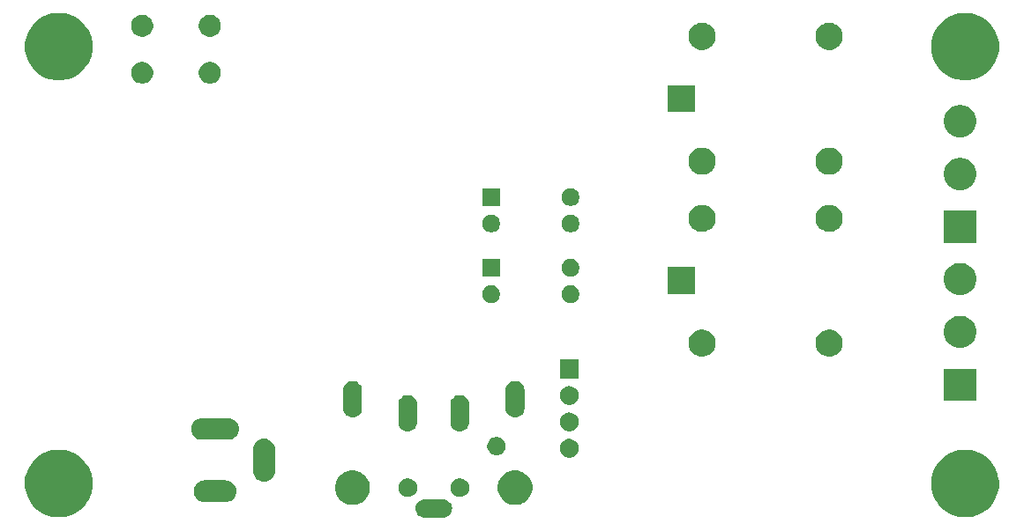
<source format=gbr>
G04 #@! TF.GenerationSoftware,KiCad,Pcbnew,(5.1.6)-1*
G04 #@! TF.CreationDate,2020-10-27T15:13:45-03:00*
G04 #@! TF.ProjectId,HMIconSTM32,484d4963-6f6e-4535-944d-33322e6b6963,v1.0*
G04 #@! TF.SameCoordinates,Original*
G04 #@! TF.FileFunction,Soldermask,Bot*
G04 #@! TF.FilePolarity,Negative*
%FSLAX46Y46*%
G04 Gerber Fmt 4.6, Leading zero omitted, Abs format (unit mm)*
G04 Created by KiCad (PCBNEW (5.1.6)-1) date 2020-10-27 15:13:45*
%MOMM*%
%LPD*%
G01*
G04 APERTURE LIST*
%ADD10C,0.100000*%
G04 APERTURE END LIST*
D10*
G36*
X110960442Y-97505518D02*
G01*
X111026627Y-97512037D01*
X111196466Y-97563557D01*
X111352991Y-97647222D01*
X111388729Y-97676552D01*
X111490186Y-97759814D01*
X111573448Y-97861271D01*
X111602778Y-97897009D01*
X111686443Y-98053534D01*
X111737963Y-98223373D01*
X111755359Y-98400000D01*
X111737963Y-98576627D01*
X111686443Y-98746466D01*
X111602778Y-98902991D01*
X111573448Y-98938729D01*
X111490186Y-99040186D01*
X111388729Y-99123448D01*
X111352991Y-99152778D01*
X111196466Y-99236443D01*
X111026627Y-99287963D01*
X110960443Y-99294481D01*
X110894260Y-99301000D01*
X109105740Y-99301000D01*
X109039558Y-99294482D01*
X108973373Y-99287963D01*
X108803534Y-99236443D01*
X108647009Y-99152778D01*
X108611271Y-99123448D01*
X108509814Y-99040186D01*
X108426552Y-98938729D01*
X108397222Y-98902991D01*
X108313557Y-98746466D01*
X108262037Y-98576627D01*
X108244641Y-98400000D01*
X108262037Y-98223373D01*
X108313557Y-98053534D01*
X108397222Y-97897009D01*
X108426552Y-97861271D01*
X108509814Y-97759814D01*
X108611271Y-97676552D01*
X108647009Y-97647222D01*
X108803534Y-97563557D01*
X108973373Y-97512037D01*
X109039557Y-97505519D01*
X109105740Y-97499000D01*
X110894260Y-97499000D01*
X110960442Y-97505518D01*
G37*
G36*
X161634239Y-92811467D02*
G01*
X161948282Y-92873934D01*
X162539926Y-93119001D01*
X163072392Y-93474784D01*
X163525216Y-93927608D01*
X163880999Y-94460074D01*
X164126066Y-95051718D01*
X164146441Y-95154149D01*
X164237945Y-95614169D01*
X164251000Y-95679804D01*
X164251000Y-96320196D01*
X164126066Y-96948282D01*
X163880999Y-97539926D01*
X163660326Y-97870186D01*
X163534165Y-98059000D01*
X163525216Y-98072392D01*
X163072392Y-98525216D01*
X162539926Y-98880999D01*
X161948282Y-99126066D01*
X161634239Y-99188533D01*
X161320197Y-99251000D01*
X160679803Y-99251000D01*
X160365761Y-99188533D01*
X160051718Y-99126066D01*
X159460074Y-98880999D01*
X158927608Y-98525216D01*
X158474784Y-98072392D01*
X158465836Y-98059000D01*
X158339674Y-97870186D01*
X158119001Y-97539926D01*
X157873934Y-96948282D01*
X157749000Y-96320196D01*
X157749000Y-95679804D01*
X157762056Y-95614169D01*
X157853559Y-95154149D01*
X157873934Y-95051718D01*
X158119001Y-94460074D01*
X158474784Y-93927608D01*
X158927608Y-93474784D01*
X159460074Y-93119001D01*
X160051718Y-92873934D01*
X160365761Y-92811467D01*
X160679803Y-92749000D01*
X161320197Y-92749000D01*
X161634239Y-92811467D01*
G37*
G36*
X74634239Y-92811467D02*
G01*
X74948282Y-92873934D01*
X75539926Y-93119001D01*
X76072392Y-93474784D01*
X76525216Y-93927608D01*
X76880999Y-94460074D01*
X77126066Y-95051718D01*
X77146441Y-95154149D01*
X77237945Y-95614169D01*
X77251000Y-95679804D01*
X77251000Y-96320196D01*
X77126066Y-96948282D01*
X76880999Y-97539926D01*
X76660326Y-97870186D01*
X76534165Y-98059000D01*
X76525216Y-98072392D01*
X76072392Y-98525216D01*
X75539926Y-98880999D01*
X74948282Y-99126066D01*
X74634239Y-99188533D01*
X74320197Y-99251000D01*
X73679803Y-99251000D01*
X73365761Y-99188533D01*
X73051718Y-99126066D01*
X72460074Y-98880999D01*
X71927608Y-98525216D01*
X71474784Y-98072392D01*
X71465836Y-98059000D01*
X71339674Y-97870186D01*
X71119001Y-97539926D01*
X70873934Y-96948282D01*
X70749000Y-96320196D01*
X70749000Y-95679804D01*
X70762056Y-95614169D01*
X70853559Y-95154149D01*
X70873934Y-95051718D01*
X71119001Y-94460074D01*
X71474784Y-93927608D01*
X71927608Y-93474784D01*
X72460074Y-93119001D01*
X73051718Y-92873934D01*
X73365761Y-92811467D01*
X73679803Y-92749000D01*
X74320197Y-92749000D01*
X74634239Y-92811467D01*
G37*
G36*
X118283911Y-94804754D02*
G01*
X118434871Y-94867284D01*
X118585831Y-94929813D01*
X118585832Y-94929814D01*
X118857548Y-95111368D01*
X119088632Y-95342452D01*
X119216368Y-95533624D01*
X119270187Y-95614169D01*
X119305325Y-95699000D01*
X119395246Y-95916089D01*
X119459000Y-96236601D01*
X119459000Y-96563399D01*
X119395246Y-96883911D01*
X119357783Y-96974354D01*
X119270187Y-97185831D01*
X119270186Y-97185832D01*
X119088632Y-97457548D01*
X118857548Y-97688632D01*
X118653761Y-97824798D01*
X118585831Y-97870187D01*
X118434871Y-97932716D01*
X118283911Y-97995246D01*
X117963399Y-98059000D01*
X117636601Y-98059000D01*
X117316089Y-97995246D01*
X117165128Y-97932716D01*
X117014169Y-97870187D01*
X116946239Y-97824798D01*
X116742452Y-97688632D01*
X116511368Y-97457548D01*
X116329814Y-97185832D01*
X116329813Y-97185831D01*
X116242217Y-96974354D01*
X116204754Y-96883911D01*
X116141000Y-96563399D01*
X116141000Y-96236601D01*
X116204754Y-95916089D01*
X116294675Y-95699000D01*
X116329813Y-95614169D01*
X116383632Y-95533624D01*
X116511368Y-95342452D01*
X116742452Y-95111368D01*
X117014168Y-94929814D01*
X117014169Y-94929813D01*
X117165129Y-94867284D01*
X117316089Y-94804754D01*
X117636601Y-94741000D01*
X117963399Y-94741000D01*
X118283911Y-94804754D01*
G37*
G36*
X102683911Y-94804754D02*
G01*
X102834871Y-94867284D01*
X102985831Y-94929813D01*
X102985832Y-94929814D01*
X103257548Y-95111368D01*
X103488632Y-95342452D01*
X103616368Y-95533624D01*
X103670187Y-95614169D01*
X103705325Y-95699000D01*
X103795246Y-95916089D01*
X103859000Y-96236601D01*
X103859000Y-96563399D01*
X103795246Y-96883911D01*
X103757783Y-96974354D01*
X103670187Y-97185831D01*
X103670186Y-97185832D01*
X103488632Y-97457548D01*
X103257548Y-97688632D01*
X103053761Y-97824798D01*
X102985831Y-97870187D01*
X102834871Y-97932716D01*
X102683911Y-97995246D01*
X102363399Y-98059000D01*
X102036601Y-98059000D01*
X101716089Y-97995246D01*
X101565128Y-97932716D01*
X101414169Y-97870187D01*
X101346239Y-97824798D01*
X101142452Y-97688632D01*
X100911368Y-97457548D01*
X100729814Y-97185832D01*
X100729813Y-97185831D01*
X100642217Y-96974354D01*
X100604754Y-96883911D01*
X100541000Y-96563399D01*
X100541000Y-96236601D01*
X100604754Y-95916089D01*
X100694675Y-95699000D01*
X100729813Y-95614169D01*
X100783632Y-95533624D01*
X100911368Y-95342452D01*
X101142452Y-95111368D01*
X101414168Y-94929814D01*
X101414169Y-94929813D01*
X101565129Y-94867284D01*
X101716089Y-94804754D01*
X102036601Y-94741000D01*
X102363399Y-94741000D01*
X102683911Y-94804754D01*
G37*
G36*
X90103097Y-95704069D02*
G01*
X90206032Y-95714207D01*
X90404146Y-95774305D01*
X90404149Y-95774306D01*
X90463603Y-95806085D01*
X90586729Y-95871897D01*
X90746765Y-96003235D01*
X90878103Y-96163271D01*
X90923939Y-96249025D01*
X90975694Y-96345851D01*
X90975695Y-96345854D01*
X91035793Y-96543968D01*
X91056085Y-96750000D01*
X91035793Y-96956032D01*
X90992165Y-97099852D01*
X90975694Y-97154149D01*
X90958759Y-97185832D01*
X90878103Y-97336729D01*
X90746765Y-97496765D01*
X90586729Y-97628103D01*
X90500975Y-97673939D01*
X90404149Y-97725694D01*
X90404146Y-97725695D01*
X90206032Y-97785793D01*
X90103097Y-97795931D01*
X90051631Y-97801000D01*
X87948369Y-97801000D01*
X87896903Y-97795931D01*
X87793968Y-97785793D01*
X87595854Y-97725695D01*
X87595851Y-97725694D01*
X87499025Y-97673939D01*
X87413271Y-97628103D01*
X87253235Y-97496765D01*
X87121897Y-97336729D01*
X87041241Y-97185832D01*
X87024306Y-97154149D01*
X87007835Y-97099852D01*
X86964207Y-96956032D01*
X86943915Y-96750000D01*
X86964207Y-96543968D01*
X87024305Y-96345854D01*
X87024306Y-96345851D01*
X87076061Y-96249025D01*
X87121897Y-96163271D01*
X87253235Y-96003235D01*
X87413271Y-95871897D01*
X87536397Y-95806085D01*
X87595851Y-95774306D01*
X87595854Y-95774305D01*
X87793968Y-95714207D01*
X87896903Y-95704069D01*
X87948369Y-95699000D01*
X90051631Y-95699000D01*
X90103097Y-95704069D01*
G37*
G36*
X107613512Y-95503927D02*
G01*
X107762812Y-95533624D01*
X107926784Y-95601544D01*
X108074354Y-95700147D01*
X108199853Y-95825646D01*
X108298456Y-95973216D01*
X108366376Y-96137188D01*
X108401000Y-96311259D01*
X108401000Y-96488741D01*
X108366376Y-96662812D01*
X108298456Y-96826784D01*
X108199853Y-96974354D01*
X108074354Y-97099853D01*
X107926784Y-97198456D01*
X107762812Y-97266376D01*
X107613512Y-97296073D01*
X107588742Y-97301000D01*
X107411258Y-97301000D01*
X107386488Y-97296073D01*
X107237188Y-97266376D01*
X107073216Y-97198456D01*
X106925646Y-97099853D01*
X106800147Y-96974354D01*
X106701544Y-96826784D01*
X106633624Y-96662812D01*
X106599000Y-96488741D01*
X106599000Y-96311259D01*
X106633624Y-96137188D01*
X106701544Y-95973216D01*
X106800147Y-95825646D01*
X106925646Y-95700147D01*
X107073216Y-95601544D01*
X107237188Y-95533624D01*
X107386488Y-95503927D01*
X107411258Y-95499000D01*
X107588742Y-95499000D01*
X107613512Y-95503927D01*
G37*
G36*
X112613512Y-95503927D02*
G01*
X112762812Y-95533624D01*
X112926784Y-95601544D01*
X113074354Y-95700147D01*
X113199853Y-95825646D01*
X113298456Y-95973216D01*
X113366376Y-96137188D01*
X113401000Y-96311259D01*
X113401000Y-96488741D01*
X113366376Y-96662812D01*
X113298456Y-96826784D01*
X113199853Y-96974354D01*
X113074354Y-97099853D01*
X112926784Y-97198456D01*
X112762812Y-97266376D01*
X112613512Y-97296073D01*
X112588742Y-97301000D01*
X112411258Y-97301000D01*
X112386488Y-97296073D01*
X112237188Y-97266376D01*
X112073216Y-97198456D01*
X111925646Y-97099853D01*
X111800147Y-96974354D01*
X111701544Y-96826784D01*
X111633624Y-96662812D01*
X111599000Y-96488741D01*
X111599000Y-96311259D01*
X111633624Y-96137188D01*
X111701544Y-95973216D01*
X111800147Y-95825646D01*
X111925646Y-95700147D01*
X112073216Y-95601544D01*
X112237188Y-95533624D01*
X112386488Y-95503927D01*
X112411258Y-95499000D01*
X112588742Y-95499000D01*
X112613512Y-95503927D01*
G37*
G36*
X93906032Y-91714207D02*
G01*
X94104146Y-91774305D01*
X94104149Y-91774306D01*
X94192525Y-91821544D01*
X94286729Y-91871897D01*
X94446765Y-92003235D01*
X94578103Y-92163271D01*
X94594110Y-92193218D01*
X94675694Y-92345851D01*
X94675695Y-92345854D01*
X94735793Y-92543968D01*
X94751000Y-92698370D01*
X94751000Y-94801630D01*
X94735793Y-94956032D01*
X94706766Y-95051719D01*
X94675694Y-95154149D01*
X94623939Y-95250975D01*
X94578103Y-95336729D01*
X94446765Y-95496765D01*
X94286729Y-95628103D01*
X94190004Y-95679803D01*
X94104148Y-95725694D01*
X94104145Y-95725695D01*
X93906031Y-95785793D01*
X93700000Y-95806085D01*
X93493968Y-95785793D01*
X93295854Y-95725695D01*
X93295851Y-95725694D01*
X93199025Y-95673939D01*
X93113271Y-95628103D01*
X92953235Y-95496765D01*
X92821897Y-95336729D01*
X92724307Y-95154149D01*
X92724306Y-95154148D01*
X92724305Y-95154145D01*
X92664207Y-94956031D01*
X92649000Y-94801629D01*
X92649001Y-92698370D01*
X92664208Y-92543968D01*
X92724306Y-92345854D01*
X92724307Y-92345851D01*
X92805891Y-92193218D01*
X92821898Y-92163271D01*
X92953236Y-92003235D01*
X93113272Y-91871897D01*
X93207476Y-91821544D01*
X93295852Y-91774306D01*
X93295855Y-91774305D01*
X93493969Y-91714207D01*
X93700000Y-91693915D01*
X93906032Y-91714207D01*
G37*
G36*
X123091587Y-91719566D02*
G01*
X123262812Y-91753624D01*
X123426784Y-91821544D01*
X123574354Y-91920147D01*
X123699853Y-92045646D01*
X123798456Y-92193216D01*
X123866376Y-92357188D01*
X123901000Y-92531259D01*
X123901000Y-92708741D01*
X123866376Y-92882812D01*
X123798456Y-93046784D01*
X123699853Y-93194354D01*
X123574354Y-93319853D01*
X123426784Y-93418456D01*
X123262812Y-93486376D01*
X123113512Y-93516073D01*
X123088742Y-93521000D01*
X122911258Y-93521000D01*
X122886488Y-93516073D01*
X122737188Y-93486376D01*
X122573216Y-93418456D01*
X122425646Y-93319853D01*
X122300147Y-93194354D01*
X122201544Y-93046784D01*
X122133624Y-92882812D01*
X122099000Y-92708741D01*
X122099000Y-92531259D01*
X122133624Y-92357188D01*
X122201544Y-92193216D01*
X122300147Y-92045646D01*
X122425646Y-91920147D01*
X122573216Y-91821544D01*
X122737188Y-91753624D01*
X122908413Y-91719566D01*
X122911258Y-91719000D01*
X123088742Y-91719000D01*
X123091587Y-91719566D01*
G37*
G36*
X116170899Y-91540832D02*
G01*
X116255520Y-91557664D01*
X116414942Y-91623699D01*
X116558418Y-91719566D01*
X116680434Y-91841582D01*
X116776301Y-91985058D01*
X116842336Y-92144480D01*
X116876000Y-92313721D01*
X116876000Y-92486279D01*
X116842336Y-92655520D01*
X116776301Y-92814942D01*
X116680434Y-92958418D01*
X116558418Y-93080434D01*
X116414942Y-93176301D01*
X116255520Y-93242336D01*
X116170899Y-93259168D01*
X116086280Y-93276000D01*
X115913720Y-93276000D01*
X115829101Y-93259168D01*
X115744480Y-93242336D01*
X115585058Y-93176301D01*
X115441582Y-93080434D01*
X115319566Y-92958418D01*
X115223699Y-92814942D01*
X115157664Y-92655520D01*
X115124000Y-92486279D01*
X115124000Y-92313721D01*
X115157664Y-92144480D01*
X115223699Y-91985058D01*
X115319566Y-91841582D01*
X115441582Y-91719566D01*
X115585058Y-91623699D01*
X115744480Y-91557664D01*
X115913720Y-91524000D01*
X116086280Y-91524000D01*
X116170899Y-91540832D01*
G37*
G36*
X90353097Y-89704069D02*
G01*
X90456032Y-89714207D01*
X90654146Y-89774305D01*
X90654149Y-89774306D01*
X90734375Y-89817188D01*
X90836729Y-89871897D01*
X90996765Y-90003235D01*
X91128103Y-90163271D01*
X91131027Y-90168742D01*
X91225694Y-90345851D01*
X91225695Y-90345854D01*
X91285793Y-90543968D01*
X91306085Y-90750000D01*
X91285793Y-90956032D01*
X91225695Y-91154146D01*
X91225694Y-91154149D01*
X91173939Y-91250975D01*
X91128103Y-91336729D01*
X90996765Y-91496765D01*
X90836729Y-91628103D01*
X90750975Y-91673939D01*
X90654149Y-91725694D01*
X90654146Y-91725695D01*
X90456032Y-91785793D01*
X90353097Y-91795931D01*
X90301631Y-91801000D01*
X87698369Y-91801000D01*
X87646903Y-91795931D01*
X87543968Y-91785793D01*
X87345854Y-91725695D01*
X87345851Y-91725694D01*
X87249025Y-91673939D01*
X87163271Y-91628103D01*
X87003235Y-91496765D01*
X86871897Y-91336729D01*
X86826061Y-91250975D01*
X86774306Y-91154149D01*
X86774305Y-91154146D01*
X86714207Y-90956032D01*
X86693915Y-90750000D01*
X86714207Y-90543968D01*
X86774305Y-90345854D01*
X86774306Y-90345851D01*
X86868973Y-90168742D01*
X86871897Y-90163271D01*
X87003235Y-90003235D01*
X87163271Y-89871897D01*
X87265625Y-89817188D01*
X87345851Y-89774306D01*
X87345854Y-89774305D01*
X87543968Y-89714207D01*
X87646903Y-89704069D01*
X87698369Y-89699000D01*
X90301631Y-89699000D01*
X90353097Y-89704069D01*
G37*
G36*
X107676627Y-87512037D02*
G01*
X107846466Y-87563557D01*
X108002991Y-87647222D01*
X108038729Y-87676552D01*
X108140186Y-87759814D01*
X108223448Y-87861271D01*
X108252778Y-87897009D01*
X108336443Y-88053534D01*
X108387963Y-88223373D01*
X108387963Y-88223375D01*
X108401000Y-88355740D01*
X108401000Y-90144260D01*
X108399127Y-90163272D01*
X108387963Y-90276627D01*
X108336443Y-90446466D01*
X108252778Y-90602991D01*
X108223448Y-90638729D01*
X108140186Y-90740186D01*
X108002989Y-90852779D01*
X107846467Y-90936442D01*
X107846465Y-90936443D01*
X107676626Y-90987963D01*
X107500000Y-91005359D01*
X107323373Y-90987963D01*
X107153534Y-90936443D01*
X106997009Y-90852778D01*
X106961271Y-90823448D01*
X106859814Y-90740186D01*
X106747221Y-90602989D01*
X106663558Y-90446467D01*
X106663557Y-90446465D01*
X106612037Y-90276626D01*
X106605518Y-90210441D01*
X106599000Y-90144259D01*
X106599001Y-88355740D01*
X106612038Y-88223375D01*
X106612038Y-88223373D01*
X106663558Y-88053534D01*
X106747223Y-87897009D01*
X106776553Y-87861271D01*
X106859815Y-87759814D01*
X106961272Y-87676552D01*
X106997010Y-87647222D01*
X107153535Y-87563557D01*
X107323374Y-87512037D01*
X107500000Y-87494641D01*
X107676627Y-87512037D01*
G37*
G36*
X112676627Y-87512037D02*
G01*
X112846466Y-87563557D01*
X113002991Y-87647222D01*
X113038729Y-87676552D01*
X113140186Y-87759814D01*
X113223448Y-87861271D01*
X113252778Y-87897009D01*
X113336443Y-88053534D01*
X113387963Y-88223373D01*
X113387963Y-88223375D01*
X113401000Y-88355740D01*
X113401000Y-90144260D01*
X113399127Y-90163272D01*
X113387963Y-90276627D01*
X113336443Y-90446466D01*
X113252778Y-90602991D01*
X113223448Y-90638729D01*
X113140186Y-90740186D01*
X113002989Y-90852779D01*
X112846467Y-90936442D01*
X112846465Y-90936443D01*
X112676626Y-90987963D01*
X112500000Y-91005359D01*
X112323373Y-90987963D01*
X112153534Y-90936443D01*
X111997009Y-90852778D01*
X111961271Y-90823448D01*
X111859814Y-90740186D01*
X111747221Y-90602989D01*
X111663558Y-90446467D01*
X111663557Y-90446465D01*
X111612037Y-90276626D01*
X111605518Y-90210441D01*
X111599000Y-90144259D01*
X111599001Y-88355740D01*
X111612038Y-88223375D01*
X111612038Y-88223373D01*
X111663558Y-88053534D01*
X111747223Y-87897009D01*
X111776553Y-87861271D01*
X111859815Y-87759814D01*
X111961272Y-87676552D01*
X111997010Y-87647222D01*
X112153535Y-87563557D01*
X112323374Y-87512037D01*
X112500000Y-87494641D01*
X112676627Y-87512037D01*
G37*
G36*
X123113512Y-89183927D02*
G01*
X123262812Y-89213624D01*
X123426784Y-89281544D01*
X123574354Y-89380147D01*
X123699853Y-89505646D01*
X123798456Y-89653216D01*
X123866376Y-89817188D01*
X123901000Y-89991259D01*
X123901000Y-90168741D01*
X123866376Y-90342812D01*
X123798456Y-90506784D01*
X123699853Y-90654354D01*
X123574354Y-90779853D01*
X123426784Y-90878456D01*
X123262812Y-90946376D01*
X123113512Y-90976073D01*
X123088742Y-90981000D01*
X122911258Y-90981000D01*
X122886488Y-90976073D01*
X122737188Y-90946376D01*
X122573216Y-90878456D01*
X122425646Y-90779853D01*
X122300147Y-90654354D01*
X122201544Y-90506784D01*
X122133624Y-90342812D01*
X122099000Y-90168741D01*
X122099000Y-89991259D01*
X122133624Y-89817188D01*
X122201544Y-89653216D01*
X122300147Y-89505646D01*
X122425646Y-89380147D01*
X122573216Y-89281544D01*
X122737188Y-89213624D01*
X122886488Y-89183927D01*
X122911258Y-89179000D01*
X123088742Y-89179000D01*
X123113512Y-89183927D01*
G37*
G36*
X117976627Y-86162037D02*
G01*
X118146466Y-86213557D01*
X118302991Y-86297222D01*
X118338729Y-86326552D01*
X118440186Y-86409814D01*
X118523448Y-86511271D01*
X118552778Y-86547009D01*
X118636443Y-86703534D01*
X118687963Y-86873373D01*
X118701000Y-87005742D01*
X118701000Y-88794258D01*
X118687963Y-88926627D01*
X118636443Y-89096466D01*
X118552778Y-89252991D01*
X118529345Y-89281544D01*
X118440186Y-89390186D01*
X118302989Y-89502779D01*
X118297623Y-89505647D01*
X118146465Y-89586443D01*
X117976626Y-89637963D01*
X117800000Y-89655359D01*
X117623373Y-89637963D01*
X117453534Y-89586443D01*
X117297009Y-89502778D01*
X117261271Y-89473448D01*
X117159814Y-89390186D01*
X117047221Y-89252989D01*
X116963558Y-89096467D01*
X116963557Y-89096465D01*
X116912037Y-88926626D01*
X116899000Y-88794257D01*
X116899001Y-87005742D01*
X116912038Y-86873373D01*
X116963558Y-86703534D01*
X117047223Y-86547009D01*
X117076553Y-86511271D01*
X117159815Y-86409814D01*
X117261272Y-86326552D01*
X117297010Y-86297222D01*
X117453535Y-86213557D01*
X117623374Y-86162037D01*
X117800000Y-86144641D01*
X117976627Y-86162037D01*
G37*
G36*
X102376627Y-86162037D02*
G01*
X102546466Y-86213557D01*
X102702991Y-86297222D01*
X102738729Y-86326552D01*
X102840186Y-86409814D01*
X102923448Y-86511271D01*
X102952778Y-86547009D01*
X103036443Y-86703534D01*
X103087963Y-86873373D01*
X103101000Y-87005742D01*
X103101000Y-88794258D01*
X103087963Y-88926627D01*
X103036443Y-89096466D01*
X102952778Y-89252991D01*
X102929345Y-89281544D01*
X102840186Y-89390186D01*
X102702989Y-89502779D01*
X102697623Y-89505647D01*
X102546465Y-89586443D01*
X102376626Y-89637963D01*
X102200000Y-89655359D01*
X102023373Y-89637963D01*
X101853534Y-89586443D01*
X101697009Y-89502778D01*
X101661271Y-89473448D01*
X101559814Y-89390186D01*
X101447221Y-89252989D01*
X101363558Y-89096467D01*
X101363557Y-89096465D01*
X101312037Y-88926626D01*
X101299000Y-88794257D01*
X101299001Y-87005742D01*
X101312038Y-86873373D01*
X101363558Y-86703534D01*
X101447223Y-86547009D01*
X101476553Y-86511271D01*
X101559815Y-86409814D01*
X101661272Y-86326552D01*
X101697010Y-86297222D01*
X101853535Y-86213557D01*
X102023374Y-86162037D01*
X102200000Y-86144641D01*
X102376627Y-86162037D01*
G37*
G36*
X123113512Y-86643927D02*
G01*
X123262812Y-86673624D01*
X123426784Y-86741544D01*
X123574354Y-86840147D01*
X123699853Y-86965646D01*
X123798456Y-87113216D01*
X123866376Y-87277188D01*
X123901000Y-87451259D01*
X123901000Y-87628741D01*
X123866376Y-87802812D01*
X123798456Y-87966784D01*
X123699853Y-88114354D01*
X123574354Y-88239853D01*
X123426784Y-88338456D01*
X123262812Y-88406376D01*
X123113512Y-88436073D01*
X123088742Y-88441000D01*
X122911258Y-88441000D01*
X122886488Y-88436073D01*
X122737188Y-88406376D01*
X122573216Y-88338456D01*
X122425646Y-88239853D01*
X122300147Y-88114354D01*
X122201544Y-87966784D01*
X122133624Y-87802812D01*
X122099000Y-87628741D01*
X122099000Y-87451259D01*
X122133624Y-87277188D01*
X122201544Y-87113216D01*
X122300147Y-86965646D01*
X122425646Y-86840147D01*
X122573216Y-86741544D01*
X122737188Y-86673624D01*
X122886488Y-86643927D01*
X122911258Y-86639000D01*
X123088742Y-86639000D01*
X123113512Y-86643927D01*
G37*
G36*
X162051000Y-88051000D02*
G01*
X158949000Y-88051000D01*
X158949000Y-84949000D01*
X162051000Y-84949000D01*
X162051000Y-88051000D01*
G37*
G36*
X123901000Y-85901000D02*
G01*
X122099000Y-85901000D01*
X122099000Y-84099000D01*
X123901000Y-84099000D01*
X123901000Y-85901000D01*
G37*
G36*
X148329487Y-81248996D02*
G01*
X148566253Y-81347068D01*
X148566255Y-81347069D01*
X148779339Y-81489447D01*
X148960553Y-81670661D01*
X149095357Y-81872409D01*
X149102932Y-81883747D01*
X149201004Y-82120513D01*
X149251000Y-82371861D01*
X149251000Y-82628139D01*
X149201004Y-82879487D01*
X149163098Y-82971000D01*
X149102931Y-83116255D01*
X148960553Y-83329339D01*
X148779339Y-83510553D01*
X148566255Y-83652931D01*
X148566254Y-83652932D01*
X148566253Y-83652932D01*
X148329487Y-83751004D01*
X148078139Y-83801000D01*
X147821861Y-83801000D01*
X147570513Y-83751004D01*
X147333747Y-83652932D01*
X147333746Y-83652932D01*
X147333745Y-83652931D01*
X147120661Y-83510553D01*
X146939447Y-83329339D01*
X146797069Y-83116255D01*
X146736902Y-82971000D01*
X146698996Y-82879487D01*
X146649000Y-82628139D01*
X146649000Y-82371861D01*
X146698996Y-82120513D01*
X146797068Y-81883747D01*
X146804644Y-81872409D01*
X146939447Y-81670661D01*
X147120661Y-81489447D01*
X147333745Y-81347069D01*
X147333747Y-81347068D01*
X147570513Y-81248996D01*
X147821861Y-81199000D01*
X148078139Y-81199000D01*
X148329487Y-81248996D01*
G37*
G36*
X136129487Y-81248996D02*
G01*
X136366253Y-81347068D01*
X136366255Y-81347069D01*
X136579339Y-81489447D01*
X136760553Y-81670661D01*
X136895357Y-81872409D01*
X136902932Y-81883747D01*
X137001004Y-82120513D01*
X137051000Y-82371861D01*
X137051000Y-82628139D01*
X137001004Y-82879487D01*
X136963098Y-82971000D01*
X136902931Y-83116255D01*
X136760553Y-83329339D01*
X136579339Y-83510553D01*
X136366255Y-83652931D01*
X136366254Y-83652932D01*
X136366253Y-83652932D01*
X136129487Y-83751004D01*
X135878139Y-83801000D01*
X135621861Y-83801000D01*
X135370513Y-83751004D01*
X135133747Y-83652932D01*
X135133746Y-83652932D01*
X135133745Y-83652931D01*
X134920661Y-83510553D01*
X134739447Y-83329339D01*
X134597069Y-83116255D01*
X134536902Y-82971000D01*
X134498996Y-82879487D01*
X134449000Y-82628139D01*
X134449000Y-82371861D01*
X134498996Y-82120513D01*
X134597068Y-81883747D01*
X134604644Y-81872409D01*
X134739447Y-81670661D01*
X134920661Y-81489447D01*
X135133745Y-81347069D01*
X135133747Y-81347068D01*
X135370513Y-81248996D01*
X135621861Y-81199000D01*
X135878139Y-81199000D01*
X136129487Y-81248996D01*
G37*
G36*
X160802585Y-79898802D02*
G01*
X160952410Y-79928604D01*
X161234674Y-80045521D01*
X161488705Y-80215259D01*
X161704741Y-80431295D01*
X161874479Y-80685326D01*
X161991396Y-80967590D01*
X162051000Y-81267240D01*
X162051000Y-81572760D01*
X161991396Y-81872410D01*
X161874479Y-82154674D01*
X161704741Y-82408705D01*
X161488705Y-82624741D01*
X161234674Y-82794479D01*
X160952410Y-82911396D01*
X160802585Y-82941198D01*
X160652761Y-82971000D01*
X160347239Y-82971000D01*
X160197415Y-82941198D01*
X160047590Y-82911396D01*
X159765326Y-82794479D01*
X159511295Y-82624741D01*
X159295259Y-82408705D01*
X159125521Y-82154674D01*
X159008604Y-81872410D01*
X158949000Y-81572760D01*
X158949000Y-81267240D01*
X159008604Y-80967590D01*
X159125521Y-80685326D01*
X159295259Y-80431295D01*
X159511295Y-80215259D01*
X159765326Y-80045521D01*
X160047590Y-79928604D01*
X160197415Y-79898802D01*
X160347239Y-79869000D01*
X160652761Y-79869000D01*
X160802585Y-79898802D01*
G37*
G36*
X115748228Y-76971703D02*
G01*
X115903100Y-77035853D01*
X116042481Y-77128985D01*
X116161015Y-77247519D01*
X116254147Y-77386900D01*
X116318297Y-77541772D01*
X116351000Y-77706184D01*
X116351000Y-77873816D01*
X116318297Y-78038228D01*
X116254147Y-78193100D01*
X116161015Y-78332481D01*
X116042481Y-78451015D01*
X115903100Y-78544147D01*
X115748228Y-78608297D01*
X115583816Y-78641000D01*
X115416184Y-78641000D01*
X115251772Y-78608297D01*
X115096900Y-78544147D01*
X114957519Y-78451015D01*
X114838985Y-78332481D01*
X114745853Y-78193100D01*
X114681703Y-78038228D01*
X114649000Y-77873816D01*
X114649000Y-77706184D01*
X114681703Y-77541772D01*
X114745853Y-77386900D01*
X114838985Y-77247519D01*
X114957519Y-77128985D01*
X115096900Y-77035853D01*
X115251772Y-76971703D01*
X115416184Y-76939000D01*
X115583816Y-76939000D01*
X115748228Y-76971703D01*
G37*
G36*
X123368228Y-76971703D02*
G01*
X123523100Y-77035853D01*
X123662481Y-77128985D01*
X123781015Y-77247519D01*
X123874147Y-77386900D01*
X123938297Y-77541772D01*
X123971000Y-77706184D01*
X123971000Y-77873816D01*
X123938297Y-78038228D01*
X123874147Y-78193100D01*
X123781015Y-78332481D01*
X123662481Y-78451015D01*
X123523100Y-78544147D01*
X123368228Y-78608297D01*
X123203816Y-78641000D01*
X123036184Y-78641000D01*
X122871772Y-78608297D01*
X122716900Y-78544147D01*
X122577519Y-78451015D01*
X122458985Y-78332481D01*
X122365853Y-78193100D01*
X122301703Y-78038228D01*
X122269000Y-77873816D01*
X122269000Y-77706184D01*
X122301703Y-77541772D01*
X122365853Y-77386900D01*
X122458985Y-77247519D01*
X122577519Y-77128985D01*
X122716900Y-77035853D01*
X122871772Y-76971703D01*
X123036184Y-76939000D01*
X123203816Y-76939000D01*
X123368228Y-76971703D01*
G37*
G36*
X160802585Y-74818802D02*
G01*
X160952410Y-74848604D01*
X161234674Y-74965521D01*
X161488705Y-75135259D01*
X161704741Y-75351295D01*
X161874479Y-75605326D01*
X161991396Y-75887590D01*
X162051000Y-76187240D01*
X162051000Y-76492760D01*
X161991396Y-76792410D01*
X161874479Y-77074674D01*
X161704741Y-77328705D01*
X161488705Y-77544741D01*
X161234674Y-77714479D01*
X160952410Y-77831396D01*
X160802585Y-77861198D01*
X160652761Y-77891000D01*
X160347239Y-77891000D01*
X160197415Y-77861198D01*
X160047590Y-77831396D01*
X159765326Y-77714479D01*
X159511295Y-77544741D01*
X159295259Y-77328705D01*
X159125521Y-77074674D01*
X159008604Y-76792410D01*
X158949000Y-76492760D01*
X158949000Y-76187240D01*
X159008604Y-75887590D01*
X159125521Y-75605326D01*
X159295259Y-75351295D01*
X159511295Y-75135259D01*
X159765326Y-74965521D01*
X160047590Y-74848604D01*
X160197415Y-74818802D01*
X160347239Y-74789000D01*
X160652761Y-74789000D01*
X160802585Y-74818802D01*
G37*
G36*
X135051000Y-77801000D02*
G01*
X132449000Y-77801000D01*
X132449000Y-75199000D01*
X135051000Y-75199000D01*
X135051000Y-77801000D01*
G37*
G36*
X123368228Y-74431703D02*
G01*
X123523100Y-74495853D01*
X123662481Y-74588985D01*
X123781015Y-74707519D01*
X123874147Y-74846900D01*
X123938297Y-75001772D01*
X123971000Y-75166184D01*
X123971000Y-75333816D01*
X123938297Y-75498228D01*
X123874147Y-75653100D01*
X123781015Y-75792481D01*
X123662481Y-75911015D01*
X123523100Y-76004147D01*
X123368228Y-76068297D01*
X123203816Y-76101000D01*
X123036184Y-76101000D01*
X122871772Y-76068297D01*
X122716900Y-76004147D01*
X122577519Y-75911015D01*
X122458985Y-75792481D01*
X122365853Y-75653100D01*
X122301703Y-75498228D01*
X122269000Y-75333816D01*
X122269000Y-75166184D01*
X122301703Y-75001772D01*
X122365853Y-74846900D01*
X122458985Y-74707519D01*
X122577519Y-74588985D01*
X122716900Y-74495853D01*
X122871772Y-74431703D01*
X123036184Y-74399000D01*
X123203816Y-74399000D01*
X123368228Y-74431703D01*
G37*
G36*
X116351000Y-76101000D02*
G01*
X114649000Y-76101000D01*
X114649000Y-74399000D01*
X116351000Y-74399000D01*
X116351000Y-76101000D01*
G37*
G36*
X162051000Y-72881000D02*
G01*
X158949000Y-72881000D01*
X158949000Y-69779000D01*
X162051000Y-69779000D01*
X162051000Y-72881000D01*
G37*
G36*
X115748228Y-70181703D02*
G01*
X115903100Y-70245853D01*
X116042481Y-70338985D01*
X116161015Y-70457519D01*
X116254147Y-70596900D01*
X116318297Y-70751772D01*
X116351000Y-70916184D01*
X116351000Y-71083816D01*
X116318297Y-71248228D01*
X116254147Y-71403100D01*
X116161015Y-71542481D01*
X116042481Y-71661015D01*
X115903100Y-71754147D01*
X115748228Y-71818297D01*
X115583816Y-71851000D01*
X115416184Y-71851000D01*
X115251772Y-71818297D01*
X115096900Y-71754147D01*
X114957519Y-71661015D01*
X114838985Y-71542481D01*
X114745853Y-71403100D01*
X114681703Y-71248228D01*
X114649000Y-71083816D01*
X114649000Y-70916184D01*
X114681703Y-70751772D01*
X114745853Y-70596900D01*
X114838985Y-70457519D01*
X114957519Y-70338985D01*
X115096900Y-70245853D01*
X115251772Y-70181703D01*
X115416184Y-70149000D01*
X115583816Y-70149000D01*
X115748228Y-70181703D01*
G37*
G36*
X123368228Y-70181703D02*
G01*
X123523100Y-70245853D01*
X123662481Y-70338985D01*
X123781015Y-70457519D01*
X123874147Y-70596900D01*
X123938297Y-70751772D01*
X123971000Y-70916184D01*
X123971000Y-71083816D01*
X123938297Y-71248228D01*
X123874147Y-71403100D01*
X123781015Y-71542481D01*
X123662481Y-71661015D01*
X123523100Y-71754147D01*
X123368228Y-71818297D01*
X123203816Y-71851000D01*
X123036184Y-71851000D01*
X122871772Y-71818297D01*
X122716900Y-71754147D01*
X122577519Y-71661015D01*
X122458985Y-71542481D01*
X122365853Y-71403100D01*
X122301703Y-71248228D01*
X122269000Y-71083816D01*
X122269000Y-70916184D01*
X122301703Y-70751772D01*
X122365853Y-70596900D01*
X122458985Y-70457519D01*
X122577519Y-70338985D01*
X122716900Y-70245853D01*
X122871772Y-70181703D01*
X123036184Y-70149000D01*
X123203816Y-70149000D01*
X123368228Y-70181703D01*
G37*
G36*
X148329487Y-69248996D02*
G01*
X148479177Y-69311000D01*
X148566255Y-69347069D01*
X148779339Y-69489447D01*
X148960553Y-69670661D01*
X149102932Y-69883747D01*
X149201004Y-70120513D01*
X149251000Y-70371861D01*
X149251000Y-70628139D01*
X149201004Y-70879487D01*
X149185803Y-70916185D01*
X149102931Y-71116255D01*
X148960553Y-71329339D01*
X148779339Y-71510553D01*
X148566255Y-71652931D01*
X148566254Y-71652932D01*
X148566253Y-71652932D01*
X148329487Y-71751004D01*
X148078139Y-71801000D01*
X147821861Y-71801000D01*
X147570513Y-71751004D01*
X147333747Y-71652932D01*
X147333746Y-71652932D01*
X147333745Y-71652931D01*
X147120661Y-71510553D01*
X146939447Y-71329339D01*
X146797069Y-71116255D01*
X146714197Y-70916185D01*
X146698996Y-70879487D01*
X146649000Y-70628139D01*
X146649000Y-70371861D01*
X146698996Y-70120513D01*
X146797068Y-69883747D01*
X146939447Y-69670661D01*
X147120661Y-69489447D01*
X147333745Y-69347069D01*
X147420823Y-69311000D01*
X147570513Y-69248996D01*
X147821861Y-69199000D01*
X148078139Y-69199000D01*
X148329487Y-69248996D01*
G37*
G36*
X136129487Y-69248996D02*
G01*
X136279177Y-69311000D01*
X136366255Y-69347069D01*
X136579339Y-69489447D01*
X136760553Y-69670661D01*
X136902932Y-69883747D01*
X137001004Y-70120513D01*
X137051000Y-70371861D01*
X137051000Y-70628139D01*
X137001004Y-70879487D01*
X136985803Y-70916185D01*
X136902931Y-71116255D01*
X136760553Y-71329339D01*
X136579339Y-71510553D01*
X136366255Y-71652931D01*
X136366254Y-71652932D01*
X136366253Y-71652932D01*
X136129487Y-71751004D01*
X135878139Y-71801000D01*
X135621861Y-71801000D01*
X135370513Y-71751004D01*
X135133747Y-71652932D01*
X135133746Y-71652932D01*
X135133745Y-71652931D01*
X134920661Y-71510553D01*
X134739447Y-71329339D01*
X134597069Y-71116255D01*
X134514197Y-70916185D01*
X134498996Y-70879487D01*
X134449000Y-70628139D01*
X134449000Y-70371861D01*
X134498996Y-70120513D01*
X134597068Y-69883747D01*
X134739447Y-69670661D01*
X134920661Y-69489447D01*
X135133745Y-69347069D01*
X135220823Y-69311000D01*
X135370513Y-69248996D01*
X135621861Y-69199000D01*
X135878139Y-69199000D01*
X136129487Y-69248996D01*
G37*
G36*
X123368228Y-67641703D02*
G01*
X123523100Y-67705853D01*
X123662481Y-67798985D01*
X123781015Y-67917519D01*
X123874147Y-68056900D01*
X123938297Y-68211772D01*
X123971000Y-68376184D01*
X123971000Y-68543816D01*
X123938297Y-68708228D01*
X123874147Y-68863100D01*
X123781015Y-69002481D01*
X123662481Y-69121015D01*
X123523100Y-69214147D01*
X123368228Y-69278297D01*
X123203816Y-69311000D01*
X123036184Y-69311000D01*
X122871772Y-69278297D01*
X122716900Y-69214147D01*
X122577519Y-69121015D01*
X122458985Y-69002481D01*
X122365853Y-68863100D01*
X122301703Y-68708228D01*
X122269000Y-68543816D01*
X122269000Y-68376184D01*
X122301703Y-68211772D01*
X122365853Y-68056900D01*
X122458985Y-67917519D01*
X122577519Y-67798985D01*
X122716900Y-67705853D01*
X122871772Y-67641703D01*
X123036184Y-67609000D01*
X123203816Y-67609000D01*
X123368228Y-67641703D01*
G37*
G36*
X116351000Y-69311000D02*
G01*
X114649000Y-69311000D01*
X114649000Y-67609000D01*
X116351000Y-67609000D01*
X116351000Y-69311000D01*
G37*
G36*
X160802585Y-64728802D02*
G01*
X160952410Y-64758604D01*
X161234674Y-64875521D01*
X161488705Y-65045259D01*
X161704741Y-65261295D01*
X161874479Y-65515326D01*
X161991396Y-65797590D01*
X162051000Y-66097240D01*
X162051000Y-66402760D01*
X161991396Y-66702410D01*
X161874479Y-66984674D01*
X161704741Y-67238705D01*
X161488705Y-67454741D01*
X161234674Y-67624479D01*
X160952410Y-67741396D01*
X160802585Y-67771198D01*
X160652761Y-67801000D01*
X160347239Y-67801000D01*
X160197415Y-67771198D01*
X160047590Y-67741396D01*
X159765326Y-67624479D01*
X159511295Y-67454741D01*
X159295259Y-67238705D01*
X159125521Y-66984674D01*
X159008604Y-66702410D01*
X158949000Y-66402760D01*
X158949000Y-66097240D01*
X159008604Y-65797590D01*
X159125521Y-65515326D01*
X159295259Y-65261295D01*
X159511295Y-65045259D01*
X159765326Y-64875521D01*
X160047590Y-64758604D01*
X160197415Y-64728802D01*
X160347239Y-64699000D01*
X160652761Y-64699000D01*
X160802585Y-64728802D01*
G37*
G36*
X148329487Y-63748996D02*
G01*
X148566253Y-63847068D01*
X148566255Y-63847069D01*
X148779339Y-63989447D01*
X148960553Y-64170661D01*
X149102932Y-64383747D01*
X149201004Y-64620513D01*
X149251000Y-64871861D01*
X149251000Y-65128139D01*
X149201004Y-65379487D01*
X149102932Y-65616253D01*
X149102931Y-65616255D01*
X148960553Y-65829339D01*
X148779339Y-66010553D01*
X148566255Y-66152931D01*
X148566254Y-66152932D01*
X148566253Y-66152932D01*
X148329487Y-66251004D01*
X148078139Y-66301000D01*
X147821861Y-66301000D01*
X147570513Y-66251004D01*
X147333747Y-66152932D01*
X147333746Y-66152932D01*
X147333745Y-66152931D01*
X147120661Y-66010553D01*
X146939447Y-65829339D01*
X146797069Y-65616255D01*
X146797068Y-65616253D01*
X146698996Y-65379487D01*
X146649000Y-65128139D01*
X146649000Y-64871861D01*
X146698996Y-64620513D01*
X146797068Y-64383747D01*
X146939447Y-64170661D01*
X147120661Y-63989447D01*
X147333745Y-63847069D01*
X147333747Y-63847068D01*
X147570513Y-63748996D01*
X147821861Y-63699000D01*
X148078139Y-63699000D01*
X148329487Y-63748996D01*
G37*
G36*
X136129487Y-63748996D02*
G01*
X136366253Y-63847068D01*
X136366255Y-63847069D01*
X136579339Y-63989447D01*
X136760553Y-64170661D01*
X136902932Y-64383747D01*
X137001004Y-64620513D01*
X137051000Y-64871861D01*
X137051000Y-65128139D01*
X137001004Y-65379487D01*
X136902932Y-65616253D01*
X136902931Y-65616255D01*
X136760553Y-65829339D01*
X136579339Y-66010553D01*
X136366255Y-66152931D01*
X136366254Y-66152932D01*
X136366253Y-66152932D01*
X136129487Y-66251004D01*
X135878139Y-66301000D01*
X135621861Y-66301000D01*
X135370513Y-66251004D01*
X135133747Y-66152932D01*
X135133746Y-66152932D01*
X135133745Y-66152931D01*
X134920661Y-66010553D01*
X134739447Y-65829339D01*
X134597069Y-65616255D01*
X134597068Y-65616253D01*
X134498996Y-65379487D01*
X134449000Y-65128139D01*
X134449000Y-64871861D01*
X134498996Y-64620513D01*
X134597068Y-64383747D01*
X134739447Y-64170661D01*
X134920661Y-63989447D01*
X135133745Y-63847069D01*
X135133747Y-63847068D01*
X135370513Y-63748996D01*
X135621861Y-63699000D01*
X135878139Y-63699000D01*
X136129487Y-63748996D01*
G37*
G36*
X160802585Y-59648802D02*
G01*
X160952410Y-59678604D01*
X161234674Y-59795521D01*
X161488705Y-59965259D01*
X161704741Y-60181295D01*
X161874479Y-60435326D01*
X161991396Y-60717590D01*
X162051000Y-61017240D01*
X162051000Y-61322760D01*
X161991396Y-61622410D01*
X161874479Y-61904674D01*
X161704741Y-62158705D01*
X161488705Y-62374741D01*
X161234674Y-62544479D01*
X160952410Y-62661396D01*
X160802585Y-62691198D01*
X160652761Y-62721000D01*
X160347239Y-62721000D01*
X160197415Y-62691198D01*
X160047590Y-62661396D01*
X159765326Y-62544479D01*
X159511295Y-62374741D01*
X159295259Y-62158705D01*
X159125521Y-61904674D01*
X159008604Y-61622410D01*
X158949000Y-61322760D01*
X158949000Y-61017240D01*
X159008604Y-60717590D01*
X159125521Y-60435326D01*
X159295259Y-60181295D01*
X159511295Y-59965259D01*
X159765326Y-59795521D01*
X160047590Y-59678604D01*
X160197415Y-59648802D01*
X160347239Y-59619000D01*
X160652761Y-59619000D01*
X160802585Y-59648802D01*
G37*
G36*
X135051000Y-60301000D02*
G01*
X132449000Y-60301000D01*
X132449000Y-57699000D01*
X135051000Y-57699000D01*
X135051000Y-60301000D01*
G37*
G36*
X88806564Y-55489389D02*
G01*
X88928571Y-55539926D01*
X88997835Y-55568616D01*
X89169973Y-55683635D01*
X89316365Y-55830027D01*
X89431385Y-56002167D01*
X89510611Y-56193436D01*
X89551000Y-56396484D01*
X89551000Y-56603516D01*
X89510611Y-56806564D01*
X89479779Y-56880999D01*
X89431384Y-56997835D01*
X89316365Y-57169973D01*
X89169973Y-57316365D01*
X88997835Y-57431384D01*
X88997834Y-57431385D01*
X88997833Y-57431385D01*
X88806564Y-57510611D01*
X88603516Y-57551000D01*
X88396484Y-57551000D01*
X88193436Y-57510611D01*
X88002167Y-57431385D01*
X88002166Y-57431385D01*
X88002165Y-57431384D01*
X87830027Y-57316365D01*
X87683635Y-57169973D01*
X87568616Y-56997835D01*
X87520221Y-56880999D01*
X87489389Y-56806564D01*
X87449000Y-56603516D01*
X87449000Y-56396484D01*
X87489389Y-56193436D01*
X87568615Y-56002167D01*
X87683635Y-55830027D01*
X87830027Y-55683635D01*
X88002165Y-55568616D01*
X88071429Y-55539926D01*
X88193436Y-55489389D01*
X88396484Y-55449000D01*
X88603516Y-55449000D01*
X88806564Y-55489389D01*
G37*
G36*
X82306564Y-55489389D02*
G01*
X82428571Y-55539926D01*
X82497835Y-55568616D01*
X82669973Y-55683635D01*
X82816365Y-55830027D01*
X82931385Y-56002167D01*
X83010611Y-56193436D01*
X83051000Y-56396484D01*
X83051000Y-56603516D01*
X83010611Y-56806564D01*
X82979779Y-56880999D01*
X82931384Y-56997835D01*
X82816365Y-57169973D01*
X82669973Y-57316365D01*
X82497835Y-57431384D01*
X82497834Y-57431385D01*
X82497833Y-57431385D01*
X82306564Y-57510611D01*
X82103516Y-57551000D01*
X81896484Y-57551000D01*
X81693436Y-57510611D01*
X81502167Y-57431385D01*
X81502166Y-57431385D01*
X81502165Y-57431384D01*
X81330027Y-57316365D01*
X81183635Y-57169973D01*
X81068616Y-56997835D01*
X81020221Y-56880999D01*
X80989389Y-56806564D01*
X80949000Y-56603516D01*
X80949000Y-56396484D01*
X80989389Y-56193436D01*
X81068615Y-56002167D01*
X81183635Y-55830027D01*
X81330027Y-55683635D01*
X81502165Y-55568616D01*
X81571429Y-55539926D01*
X81693436Y-55489389D01*
X81896484Y-55449000D01*
X82103516Y-55449000D01*
X82306564Y-55489389D01*
G37*
G36*
X161634239Y-50811467D02*
G01*
X161948282Y-50873934D01*
X162539926Y-51119001D01*
X163072392Y-51474784D01*
X163525216Y-51927608D01*
X163880999Y-52460074D01*
X164126066Y-53051718D01*
X164251000Y-53679804D01*
X164251000Y-54320196D01*
X164126066Y-54948282D01*
X163880999Y-55539926D01*
X163525216Y-56072392D01*
X163072392Y-56525216D01*
X162539926Y-56880999D01*
X161948282Y-57126066D01*
X161727546Y-57169973D01*
X161320197Y-57251000D01*
X160679803Y-57251000D01*
X160272454Y-57169973D01*
X160051718Y-57126066D01*
X159460074Y-56880999D01*
X158927608Y-56525216D01*
X158474784Y-56072392D01*
X158119001Y-55539926D01*
X157873934Y-54948282D01*
X157749000Y-54320196D01*
X157749000Y-53679804D01*
X157873934Y-53051718D01*
X158119001Y-52460074D01*
X158474784Y-51927608D01*
X158927608Y-51474784D01*
X159460074Y-51119001D01*
X160051718Y-50873934D01*
X160365761Y-50811467D01*
X160679803Y-50749000D01*
X161320197Y-50749000D01*
X161634239Y-50811467D01*
G37*
G36*
X74634239Y-50811467D02*
G01*
X74948282Y-50873934D01*
X75539926Y-51119001D01*
X76072392Y-51474784D01*
X76525216Y-51927608D01*
X76880999Y-52460074D01*
X77126066Y-53051718D01*
X77251000Y-53679804D01*
X77251000Y-54320196D01*
X77126066Y-54948282D01*
X76880999Y-55539926D01*
X76525216Y-56072392D01*
X76072392Y-56525216D01*
X75539926Y-56880999D01*
X74948282Y-57126066D01*
X74727546Y-57169973D01*
X74320197Y-57251000D01*
X73679803Y-57251000D01*
X73272454Y-57169973D01*
X73051718Y-57126066D01*
X72460074Y-56880999D01*
X71927608Y-56525216D01*
X71474784Y-56072392D01*
X71119001Y-55539926D01*
X70873934Y-54948282D01*
X70749000Y-54320196D01*
X70749000Y-53679804D01*
X70873934Y-53051718D01*
X71119001Y-52460074D01*
X71474784Y-51927608D01*
X71927608Y-51474784D01*
X72460074Y-51119001D01*
X73051718Y-50873934D01*
X73365761Y-50811467D01*
X73679803Y-50749000D01*
X74320197Y-50749000D01*
X74634239Y-50811467D01*
G37*
G36*
X136129487Y-51748996D02*
G01*
X136366253Y-51847068D01*
X136366255Y-51847069D01*
X136440210Y-51896484D01*
X136579339Y-51989447D01*
X136760553Y-52170661D01*
X136902932Y-52383747D01*
X137001004Y-52620513D01*
X137051000Y-52871861D01*
X137051000Y-53128139D01*
X137001004Y-53379487D01*
X136902932Y-53616253D01*
X136902931Y-53616255D01*
X136760553Y-53829339D01*
X136579339Y-54010553D01*
X136366255Y-54152931D01*
X136366254Y-54152932D01*
X136366253Y-54152932D01*
X136129487Y-54251004D01*
X135878139Y-54301000D01*
X135621861Y-54301000D01*
X135370513Y-54251004D01*
X135133747Y-54152932D01*
X135133746Y-54152932D01*
X135133745Y-54152931D01*
X134920661Y-54010553D01*
X134739447Y-53829339D01*
X134597069Y-53616255D01*
X134597068Y-53616253D01*
X134498996Y-53379487D01*
X134449000Y-53128139D01*
X134449000Y-52871861D01*
X134498996Y-52620513D01*
X134597068Y-52383747D01*
X134739447Y-52170661D01*
X134920661Y-51989447D01*
X135059790Y-51896484D01*
X135133745Y-51847069D01*
X135133747Y-51847068D01*
X135370513Y-51748996D01*
X135621861Y-51699000D01*
X135878139Y-51699000D01*
X136129487Y-51748996D01*
G37*
G36*
X148329487Y-51748996D02*
G01*
X148566253Y-51847068D01*
X148566255Y-51847069D01*
X148640210Y-51896484D01*
X148779339Y-51989447D01*
X148960553Y-52170661D01*
X149102932Y-52383747D01*
X149201004Y-52620513D01*
X149251000Y-52871861D01*
X149251000Y-53128139D01*
X149201004Y-53379487D01*
X149102932Y-53616253D01*
X149102931Y-53616255D01*
X148960553Y-53829339D01*
X148779339Y-54010553D01*
X148566255Y-54152931D01*
X148566254Y-54152932D01*
X148566253Y-54152932D01*
X148329487Y-54251004D01*
X148078139Y-54301000D01*
X147821861Y-54301000D01*
X147570513Y-54251004D01*
X147333747Y-54152932D01*
X147333746Y-54152932D01*
X147333745Y-54152931D01*
X147120661Y-54010553D01*
X146939447Y-53829339D01*
X146797069Y-53616255D01*
X146797068Y-53616253D01*
X146698996Y-53379487D01*
X146649000Y-53128139D01*
X146649000Y-52871861D01*
X146698996Y-52620513D01*
X146797068Y-52383747D01*
X146939447Y-52170661D01*
X147120661Y-51989447D01*
X147259790Y-51896484D01*
X147333745Y-51847069D01*
X147333747Y-51847068D01*
X147570513Y-51748996D01*
X147821861Y-51699000D01*
X148078139Y-51699000D01*
X148329487Y-51748996D01*
G37*
G36*
X88806564Y-50989389D02*
G01*
X88997833Y-51068615D01*
X88997835Y-51068616D01*
X89169973Y-51183635D01*
X89316365Y-51330027D01*
X89413089Y-51474784D01*
X89431385Y-51502167D01*
X89510611Y-51693436D01*
X89551000Y-51896484D01*
X89551000Y-52103516D01*
X89510611Y-52306564D01*
X89447025Y-52460074D01*
X89431384Y-52497835D01*
X89316365Y-52669973D01*
X89169973Y-52816365D01*
X88997835Y-52931384D01*
X88997834Y-52931385D01*
X88997833Y-52931385D01*
X88806564Y-53010611D01*
X88603516Y-53051000D01*
X88396484Y-53051000D01*
X88193436Y-53010611D01*
X88002167Y-52931385D01*
X88002166Y-52931385D01*
X88002165Y-52931384D01*
X87830027Y-52816365D01*
X87683635Y-52669973D01*
X87568616Y-52497835D01*
X87552975Y-52460074D01*
X87489389Y-52306564D01*
X87449000Y-52103516D01*
X87449000Y-51896484D01*
X87489389Y-51693436D01*
X87568615Y-51502167D01*
X87586912Y-51474784D01*
X87683635Y-51330027D01*
X87830027Y-51183635D01*
X88002165Y-51068616D01*
X88002167Y-51068615D01*
X88193436Y-50989389D01*
X88396484Y-50949000D01*
X88603516Y-50949000D01*
X88806564Y-50989389D01*
G37*
G36*
X82306564Y-50989389D02*
G01*
X82497833Y-51068615D01*
X82497835Y-51068616D01*
X82669973Y-51183635D01*
X82816365Y-51330027D01*
X82913089Y-51474784D01*
X82931385Y-51502167D01*
X83010611Y-51693436D01*
X83051000Y-51896484D01*
X83051000Y-52103516D01*
X83010611Y-52306564D01*
X82947025Y-52460074D01*
X82931384Y-52497835D01*
X82816365Y-52669973D01*
X82669973Y-52816365D01*
X82497835Y-52931384D01*
X82497834Y-52931385D01*
X82497833Y-52931385D01*
X82306564Y-53010611D01*
X82103516Y-53051000D01*
X81896484Y-53051000D01*
X81693436Y-53010611D01*
X81502167Y-52931385D01*
X81502166Y-52931385D01*
X81502165Y-52931384D01*
X81330027Y-52816365D01*
X81183635Y-52669973D01*
X81068616Y-52497835D01*
X81052975Y-52460074D01*
X80989389Y-52306564D01*
X80949000Y-52103516D01*
X80949000Y-51896484D01*
X80989389Y-51693436D01*
X81068615Y-51502167D01*
X81086912Y-51474784D01*
X81183635Y-51330027D01*
X81330027Y-51183635D01*
X81502165Y-51068616D01*
X81502167Y-51068615D01*
X81693436Y-50989389D01*
X81896484Y-50949000D01*
X82103516Y-50949000D01*
X82306564Y-50989389D01*
G37*
M02*

</source>
